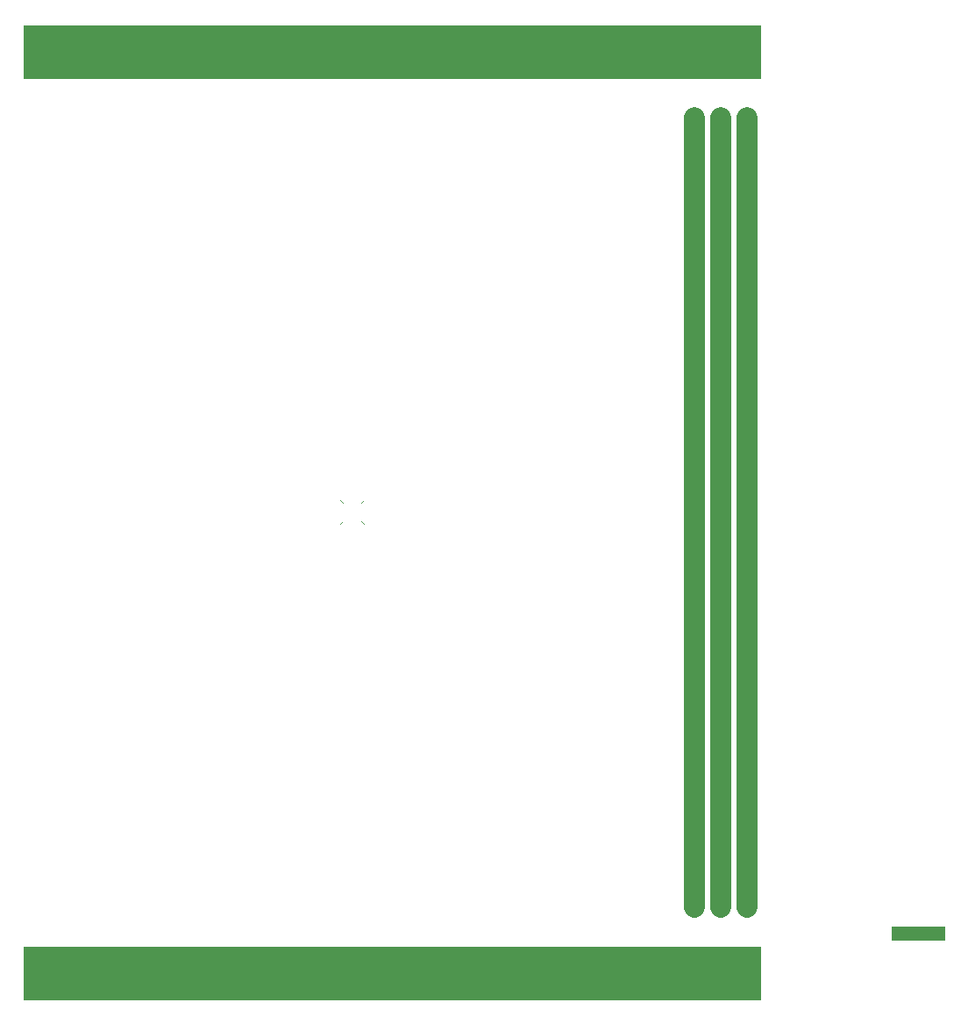
<source format=gbr>
G04 #@! TF.GenerationSoftware,KiCad,Pcbnew,5.1.7-a382d34a8~88~ubuntu16.04.1*
G04 #@! TF.CreationDate,2021-03-11T21:24:15+01:00*
G04 #@! TF.ProjectId,3u-100-eurocard-eurorack-protoboard,33752d31-3030-42d6-9575-726f63617264,rev?*
G04 #@! TF.SameCoordinates,Original*
G04 #@! TF.FileFunction,Legend,Top*
G04 #@! TF.FilePolarity,Positive*
%FSLAX46Y46*%
G04 Gerber Fmt 4.6, Leading zero omitted, Abs format (unit mm)*
G04 Created by KiCad (PCBNEW 5.1.7-a382d34a8~88~ubuntu16.04.1) date 2021-03-11 21:24:15*
%MOMM*%
%LPD*%
G01*
G04 APERTURE LIST*
%ADD10C,0.100000*%
%ADD11C,0.125000*%
%ADD12C,2.000000*%
G04 APERTURE END LIST*
D10*
G36*
X79375000Y-97155000D02*
G01*
X8255000Y-97155000D01*
X8255000Y-92075000D01*
X79375000Y-92075000D01*
X79375000Y-97155000D01*
G37*
X79375000Y-97155000D02*
X8255000Y-97155000D01*
X8255000Y-92075000D01*
X79375000Y-92075000D01*
X79375000Y-97155000D01*
G36*
X79375000Y-8255000D02*
G01*
X8255000Y-8255000D01*
X8255000Y-3175000D01*
X79375000Y-3175000D01*
X79375000Y-8255000D01*
G37*
X79375000Y-8255000D02*
X8255000Y-8255000D01*
X8255000Y-3175000D01*
X79375000Y-3175000D01*
X79375000Y-8255000D01*
G36*
X97155000Y-91440000D02*
G01*
X92075000Y-91440000D01*
X92075000Y-90170000D01*
X97155000Y-90170000D01*
X97155000Y-91440000D01*
G37*
X97155000Y-91440000D02*
X92075000Y-91440000D01*
X92075000Y-90170000D01*
X97155000Y-90170000D01*
X97155000Y-91440000D01*
D11*
X38862000Y-49022000D02*
X39116000Y-49276000D01*
X38862000Y-51308000D02*
X39116000Y-51054000D01*
X41148000Y-49022000D02*
X40894000Y-49276000D01*
X41148000Y-51308000D02*
X40894000Y-51054000D01*
D12*
X75565000Y-88265000D02*
X75565000Y-12065000D01*
X78105000Y-88265000D02*
X78105000Y-12065000D01*
X73025000Y-88265000D02*
X73025000Y-12065000D01*
M02*

</source>
